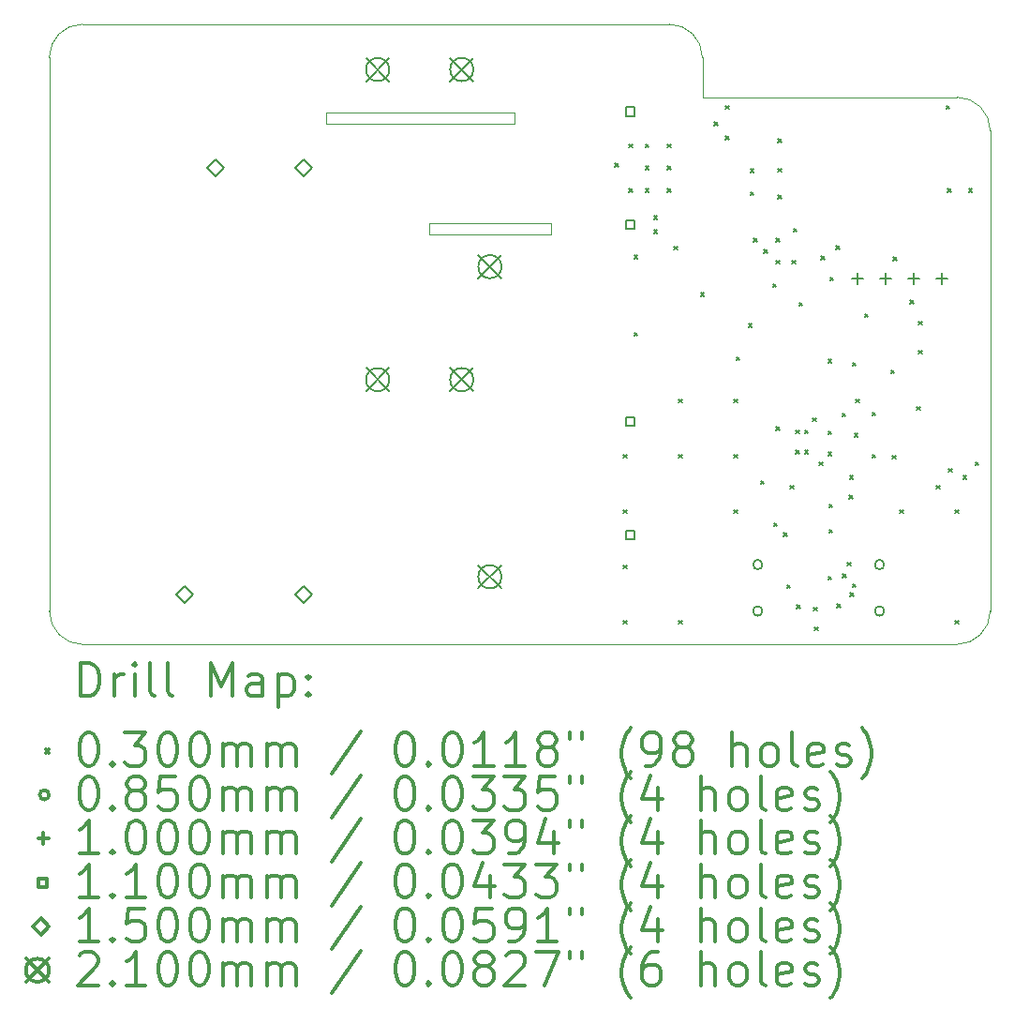
<source format=gbr>
%FSLAX45Y45*%
G04 Gerber Fmt 4.5, Leading zero omitted, Abs format (unit mm)*
G04 Created by KiCad (PCBNEW 5.1.10) date 2021-08-16 03:58:41*
%MOMM*%
%LPD*%
G01*
G04 APERTURE LIST*
%TA.AperFunction,Profile*%
%ADD10C,0.050000*%
%TD*%
%ADD11C,0.200000*%
%ADD12C,0.300000*%
G04 APERTURE END LIST*
D10*
X8400000Y-3100000D02*
G75*
G02*
X8700000Y-3400000I0J-300000D01*
G01*
X2800000Y-3400000D02*
G75*
G02*
X3100000Y-3100000I300000J0D01*
G01*
X3100000Y-8700000D02*
G75*
G02*
X2800000Y-8400000I0J300000D01*
G01*
X11300000Y-8400000D02*
G75*
G02*
X11000000Y-8700000I-300000J0D01*
G01*
X11000000Y-3760000D02*
G75*
G02*
X11300000Y-4060000I0J-300000D01*
G01*
X7000000Y-4000000D02*
X5300000Y-4000000D01*
X7000000Y-3900000D02*
X7000000Y-4000000D01*
X5300000Y-3900000D02*
X7000000Y-3900000D01*
X5300000Y-4000000D02*
X5300000Y-3900000D01*
X7330000Y-4900000D02*
X6230000Y-4900000D01*
X7330000Y-5000000D02*
X7330000Y-4900000D01*
X6230000Y-5000000D02*
X7330000Y-5000000D01*
X6230000Y-4900000D02*
X6230000Y-5000000D01*
X8700000Y-3760000D02*
X11000000Y-3760000D01*
X8700000Y-3400000D02*
X8700000Y-3760000D01*
X11000000Y-8700000D02*
X3100000Y-8700000D01*
X11300000Y-4060000D02*
X11300000Y-8400000D01*
X3100000Y-3100000D02*
X8400000Y-3100000D01*
X2800000Y-8400000D02*
X2800000Y-3400000D01*
D11*
X7912000Y-4358000D02*
X7942000Y-4388000D01*
X7942000Y-4358000D02*
X7912000Y-4388000D01*
X7985000Y-6985000D02*
X8015000Y-7015000D01*
X8015000Y-6985000D02*
X7985000Y-7015000D01*
X7985000Y-7485000D02*
X8015000Y-7515000D01*
X8015000Y-7485000D02*
X7985000Y-7515000D01*
X7985000Y-7985000D02*
X8015000Y-8015000D01*
X8015000Y-7985000D02*
X7985000Y-8015000D01*
X7985000Y-8485000D02*
X8015000Y-8515000D01*
X8015000Y-8485000D02*
X7985000Y-8515000D01*
X8035000Y-4185000D02*
X8065000Y-4215000D01*
X8065000Y-4185000D02*
X8035000Y-4215000D01*
X8035000Y-4585000D02*
X8065000Y-4615000D01*
X8065000Y-4585000D02*
X8035000Y-4615000D01*
X8085000Y-5185000D02*
X8115000Y-5215000D01*
X8115000Y-5185000D02*
X8085000Y-5215000D01*
X8085000Y-5885000D02*
X8115000Y-5915000D01*
X8115000Y-5885000D02*
X8085000Y-5915000D01*
X8185000Y-4185000D02*
X8215000Y-4215000D01*
X8215000Y-4185000D02*
X8185000Y-4215000D01*
X8185000Y-4385000D02*
X8215000Y-4415000D01*
X8215000Y-4385000D02*
X8185000Y-4415000D01*
X8185000Y-4585000D02*
X8215000Y-4615000D01*
X8215000Y-4585000D02*
X8185000Y-4615000D01*
X8260000Y-4832500D02*
X8290000Y-4862500D01*
X8290000Y-4832500D02*
X8260000Y-4862500D01*
X8260000Y-4957500D02*
X8290000Y-4987500D01*
X8290000Y-4957500D02*
X8260000Y-4987500D01*
X8385000Y-4185000D02*
X8415000Y-4215000D01*
X8415000Y-4185000D02*
X8385000Y-4215000D01*
X8385000Y-4385000D02*
X8415000Y-4415000D01*
X8415000Y-4385000D02*
X8385000Y-4415000D01*
X8385000Y-4585000D02*
X8415000Y-4615000D01*
X8415000Y-4585000D02*
X8385000Y-4615000D01*
X8445000Y-5105000D02*
X8475000Y-5135000D01*
X8475000Y-5105000D02*
X8445000Y-5135000D01*
X8485000Y-6485000D02*
X8515000Y-6515000D01*
X8515000Y-6485000D02*
X8485000Y-6515000D01*
X8485000Y-6985000D02*
X8515000Y-7015000D01*
X8515000Y-6985000D02*
X8485000Y-7015000D01*
X8485000Y-8485000D02*
X8515000Y-8515000D01*
X8515000Y-8485000D02*
X8485000Y-8515000D01*
X8685000Y-5525000D02*
X8715000Y-5555000D01*
X8715000Y-5525000D02*
X8685000Y-5555000D01*
X8810000Y-3985000D02*
X8840000Y-4015000D01*
X8840000Y-3985000D02*
X8810000Y-4015000D01*
X8910000Y-3835000D02*
X8940000Y-3865000D01*
X8940000Y-3835000D02*
X8910000Y-3865000D01*
X8910000Y-4110000D02*
X8940000Y-4140000D01*
X8940000Y-4110000D02*
X8910000Y-4140000D01*
X8985000Y-6485000D02*
X9015000Y-6515000D01*
X9015000Y-6485000D02*
X8985000Y-6515000D01*
X8985000Y-6985000D02*
X9015000Y-7015000D01*
X9015000Y-6985000D02*
X8985000Y-7015000D01*
X8985000Y-7485000D02*
X9015000Y-7515000D01*
X9015000Y-7485000D02*
X8985000Y-7515000D01*
X9005000Y-6105000D02*
X9035000Y-6135000D01*
X9035000Y-6105000D02*
X9005000Y-6135000D01*
X9115000Y-5805000D02*
X9145000Y-5835000D01*
X9145000Y-5805000D02*
X9115000Y-5835000D01*
X9135000Y-4410000D02*
X9165000Y-4440000D01*
X9165000Y-4410000D02*
X9135000Y-4440000D01*
X9135000Y-4615000D02*
X9165000Y-4645000D01*
X9165000Y-4615000D02*
X9135000Y-4645000D01*
X9165000Y-5035000D02*
X9195000Y-5065000D01*
X9195000Y-5035000D02*
X9165000Y-5065000D01*
X9225000Y-7225000D02*
X9255000Y-7255000D01*
X9255000Y-7225000D02*
X9225000Y-7255000D01*
X9255000Y-5135000D02*
X9285000Y-5165000D01*
X9285000Y-5135000D02*
X9255000Y-5165000D01*
X9335000Y-5445000D02*
X9365000Y-5475000D01*
X9365000Y-5445000D02*
X9335000Y-5475000D01*
X9345000Y-7605000D02*
X9375000Y-7635000D01*
X9375000Y-7605000D02*
X9345000Y-7635000D01*
X9365000Y-5035000D02*
X9395000Y-5065000D01*
X9395000Y-5035000D02*
X9365000Y-5065000D01*
X9365000Y-6735000D02*
X9395000Y-6765000D01*
X9395000Y-6735000D02*
X9365000Y-6765000D01*
X9365000Y-5235000D02*
X9395000Y-5265000D01*
X9395000Y-5235000D02*
X9365000Y-5265000D01*
X9385000Y-4135000D02*
X9415000Y-4165000D01*
X9415000Y-4135000D02*
X9385000Y-4165000D01*
X9385000Y-4405000D02*
X9415000Y-4435000D01*
X9415000Y-4405000D02*
X9385000Y-4435000D01*
X9385000Y-4645000D02*
X9415000Y-4675000D01*
X9415000Y-4645000D02*
X9385000Y-4675000D01*
X9435000Y-7695000D02*
X9465000Y-7725000D01*
X9465000Y-7695000D02*
X9435000Y-7725000D01*
X9465000Y-8165000D02*
X9495000Y-8195000D01*
X9495000Y-8165000D02*
X9465000Y-8195000D01*
X9495000Y-7265000D02*
X9525000Y-7295000D01*
X9525000Y-7265000D02*
X9495000Y-7295000D01*
X9510401Y-5235000D02*
X9540401Y-5265000D01*
X9540401Y-5235000D02*
X9510401Y-5265000D01*
X9525000Y-4945000D02*
X9555000Y-4975000D01*
X9555000Y-4945000D02*
X9525000Y-4975000D01*
X9545000Y-6950000D02*
X9575000Y-6980000D01*
X9575000Y-6950000D02*
X9545000Y-6980000D01*
X9545059Y-6764236D02*
X9575059Y-6794236D01*
X9575059Y-6764236D02*
X9545059Y-6794236D01*
X9555000Y-8345000D02*
X9585000Y-8375000D01*
X9585000Y-8345000D02*
X9555000Y-8375000D01*
X9575000Y-5615000D02*
X9605000Y-5645000D01*
X9605000Y-5615000D02*
X9575000Y-5645000D01*
X9625000Y-6767299D02*
X9655000Y-6797299D01*
X9655000Y-6767299D02*
X9625000Y-6797299D01*
X9625000Y-6950000D02*
X9655000Y-6980000D01*
X9655000Y-6950000D02*
X9625000Y-6980000D01*
X9695000Y-6655000D02*
X9725000Y-6685000D01*
X9725000Y-6655000D02*
X9695000Y-6685000D01*
X9705000Y-8365000D02*
X9735000Y-8395000D01*
X9735000Y-8365000D02*
X9705000Y-8395000D01*
X9715000Y-8545000D02*
X9745000Y-8575000D01*
X9745000Y-8545000D02*
X9715000Y-8575000D01*
X9755000Y-7055000D02*
X9785000Y-7085000D01*
X9785000Y-7055000D02*
X9755000Y-7085000D01*
X9775000Y-5195000D02*
X9805000Y-5225000D01*
X9805000Y-5195000D02*
X9775000Y-5225000D01*
X9835000Y-6125000D02*
X9865000Y-6155000D01*
X9865000Y-6125000D02*
X9835000Y-6155000D01*
X9835000Y-6775000D02*
X9865000Y-6805000D01*
X9865000Y-6775000D02*
X9835000Y-6805000D01*
X9835000Y-6965000D02*
X9865000Y-6995000D01*
X9865000Y-6965000D02*
X9835000Y-6995000D01*
X9835000Y-8085000D02*
X9865000Y-8115000D01*
X9865000Y-8085000D02*
X9835000Y-8115000D01*
X9845000Y-7435000D02*
X9875000Y-7465000D01*
X9875000Y-7435000D02*
X9845000Y-7465000D01*
X9845000Y-7665000D02*
X9875000Y-7695000D01*
X9875000Y-7665000D02*
X9845000Y-7695000D01*
X9855000Y-5385000D02*
X9885000Y-5415000D01*
X9885000Y-5385000D02*
X9855000Y-5415000D01*
X9908033Y-5101967D02*
X9938033Y-5131967D01*
X9938033Y-5101967D02*
X9908033Y-5131967D01*
X9915000Y-8335000D02*
X9945000Y-8365000D01*
X9945000Y-8335000D02*
X9915000Y-8365000D01*
X9965000Y-6615000D02*
X9995000Y-6645000D01*
X9995000Y-6615000D02*
X9965000Y-6645000D01*
X9966956Y-8066956D02*
X9996956Y-8096956D01*
X9996956Y-8066956D02*
X9966956Y-8096956D01*
X10010000Y-7960000D02*
X10040000Y-7990000D01*
X10040000Y-7960000D02*
X10010000Y-7990000D01*
X10025000Y-7355000D02*
X10055000Y-7385000D01*
X10055000Y-7355000D02*
X10025000Y-7385000D01*
X10030000Y-7175000D02*
X10060000Y-7205000D01*
X10060000Y-7175000D02*
X10030000Y-7205000D01*
X10035000Y-8235000D02*
X10065000Y-8265000D01*
X10065000Y-8235000D02*
X10035000Y-8265000D01*
X10055000Y-6155000D02*
X10085000Y-6185000D01*
X10085000Y-6155000D02*
X10055000Y-6185000D01*
X10055344Y-8155344D02*
X10085344Y-8185344D01*
X10085344Y-8155344D02*
X10055344Y-8185344D01*
X10075000Y-6795000D02*
X10105000Y-6825000D01*
X10105000Y-6795000D02*
X10075000Y-6825000D01*
X10085000Y-6485000D02*
X10115000Y-6515000D01*
X10115000Y-6485000D02*
X10085000Y-6515000D01*
X10165000Y-5715000D02*
X10195000Y-5745000D01*
X10195000Y-5715000D02*
X10165000Y-5745000D01*
X10235000Y-6605000D02*
X10265000Y-6635000D01*
X10265000Y-6605000D02*
X10235000Y-6635000D01*
X10235000Y-6985000D02*
X10265000Y-7015000D01*
X10265000Y-6985000D02*
X10235000Y-7015000D01*
X10404500Y-6225500D02*
X10434500Y-6255500D01*
X10434500Y-6225500D02*
X10404500Y-6255500D01*
X10415000Y-6995000D02*
X10445000Y-7025000D01*
X10445000Y-6995000D02*
X10415000Y-7025000D01*
X10425000Y-5205000D02*
X10455000Y-5235000D01*
X10455000Y-5205000D02*
X10425000Y-5235000D01*
X10485000Y-7485000D02*
X10515000Y-7515000D01*
X10515000Y-7485000D02*
X10485000Y-7515000D01*
X10575000Y-5595000D02*
X10605000Y-5625000D01*
X10605000Y-5595000D02*
X10575000Y-5625000D01*
X10635000Y-6555000D02*
X10665000Y-6585000D01*
X10665000Y-6555000D02*
X10635000Y-6585000D01*
X10655000Y-5785000D02*
X10685000Y-5815000D01*
X10685000Y-5785000D02*
X10655000Y-5815000D01*
X10655000Y-6045000D02*
X10685000Y-6075000D01*
X10685000Y-6045000D02*
X10655000Y-6075000D01*
X10815000Y-7265000D02*
X10845000Y-7295000D01*
X10845000Y-7265000D02*
X10815000Y-7295000D01*
X10905000Y-3835000D02*
X10935000Y-3865000D01*
X10935000Y-3835000D02*
X10905000Y-3865000D01*
X10915000Y-4585000D02*
X10945000Y-4615000D01*
X10945000Y-4585000D02*
X10915000Y-4615000D01*
X10925000Y-7115000D02*
X10955000Y-7145000D01*
X10955000Y-7115000D02*
X10925000Y-7145000D01*
X10985000Y-7485000D02*
X11015000Y-7515000D01*
X11015000Y-7485000D02*
X10985000Y-7515000D01*
X10985000Y-8485000D02*
X11015000Y-8515000D01*
X11015000Y-8485000D02*
X10985000Y-8515000D01*
X11055000Y-7175000D02*
X11085000Y-7205000D01*
X11085000Y-7175000D02*
X11055000Y-7205000D01*
X11105000Y-4585000D02*
X11135000Y-4615000D01*
X11135000Y-4585000D02*
X11105000Y-4615000D01*
X11165000Y-7055000D02*
X11195000Y-7085000D01*
X11195000Y-7055000D02*
X11165000Y-7085000D01*
X9242500Y-7980000D02*
G75*
G03*
X9242500Y-7980000I-42500J0D01*
G01*
X9242500Y-8400000D02*
G75*
G03*
X9242500Y-8400000I-42500J0D01*
G01*
X10342500Y-7980000D02*
G75*
G03*
X10342500Y-7980000I-42500J0D01*
G01*
X10342500Y-8400000D02*
G75*
G03*
X10342500Y-8400000I-42500J0D01*
G01*
X10100000Y-5350000D02*
X10100000Y-5450000D01*
X10050000Y-5400000D02*
X10150000Y-5400000D01*
X10354000Y-5350000D02*
X10354000Y-5450000D01*
X10304000Y-5400000D02*
X10404000Y-5400000D01*
X10608000Y-5350000D02*
X10608000Y-5450000D01*
X10558000Y-5400000D02*
X10658000Y-5400000D01*
X10862000Y-5350000D02*
X10862000Y-5450000D01*
X10812000Y-5400000D02*
X10912000Y-5400000D01*
X8084891Y-3928891D02*
X8084891Y-3851109D01*
X8007109Y-3851109D01*
X8007109Y-3928891D01*
X8084891Y-3928891D01*
X8084891Y-4948891D02*
X8084891Y-4871109D01*
X8007109Y-4871109D01*
X8007109Y-4948891D01*
X8084891Y-4948891D01*
X8084891Y-6728891D02*
X8084891Y-6651109D01*
X8007109Y-6651109D01*
X8007109Y-6728891D01*
X8084891Y-6728891D01*
X8084891Y-7748891D02*
X8084891Y-7671109D01*
X8007109Y-7671109D01*
X8007109Y-7748891D01*
X8084891Y-7748891D01*
X4025000Y-8325000D02*
X4100000Y-8250000D01*
X4025000Y-8175000D01*
X3950000Y-8250000D01*
X4025000Y-8325000D01*
X4300000Y-4475000D02*
X4375000Y-4400000D01*
X4300000Y-4325000D01*
X4225000Y-4400000D01*
X4300000Y-4475000D01*
X5100000Y-4475000D02*
X5175000Y-4400000D01*
X5100000Y-4325000D01*
X5025000Y-4400000D01*
X5100000Y-4475000D01*
X5100000Y-8325000D02*
X5175000Y-8250000D01*
X5100000Y-8175000D01*
X5025000Y-8250000D01*
X5100000Y-8325000D01*
X5661000Y-3405000D02*
X5871000Y-3615000D01*
X5871000Y-3405000D02*
X5661000Y-3615000D01*
X5871000Y-3510000D02*
G75*
G03*
X5871000Y-3510000I-105000J0D01*
G01*
X5661000Y-6205000D02*
X5871000Y-6415000D01*
X5871000Y-6205000D02*
X5661000Y-6415000D01*
X5871000Y-6310000D02*
G75*
G03*
X5871000Y-6310000I-105000J0D01*
G01*
X6421000Y-3405000D02*
X6631000Y-3615000D01*
X6631000Y-3405000D02*
X6421000Y-3615000D01*
X6631000Y-3510000D02*
G75*
G03*
X6631000Y-3510000I-105000J0D01*
G01*
X6421000Y-6205000D02*
X6631000Y-6415000D01*
X6631000Y-6205000D02*
X6421000Y-6415000D01*
X6631000Y-6310000D02*
G75*
G03*
X6631000Y-6310000I-105000J0D01*
G01*
X6675000Y-5185000D02*
X6885000Y-5395000D01*
X6885000Y-5185000D02*
X6675000Y-5395000D01*
X6885000Y-5290000D02*
G75*
G03*
X6885000Y-5290000I-105000J0D01*
G01*
X6675000Y-7985000D02*
X6885000Y-8195000D01*
X6885000Y-7985000D02*
X6675000Y-8195000D01*
X6885000Y-8090000D02*
G75*
G03*
X6885000Y-8090000I-105000J0D01*
G01*
D12*
X3083928Y-9168214D02*
X3083928Y-8868214D01*
X3155357Y-8868214D01*
X3198214Y-8882500D01*
X3226786Y-8911072D01*
X3241071Y-8939643D01*
X3255357Y-8996786D01*
X3255357Y-9039643D01*
X3241071Y-9096786D01*
X3226786Y-9125357D01*
X3198214Y-9153929D01*
X3155357Y-9168214D01*
X3083928Y-9168214D01*
X3383928Y-9168214D02*
X3383928Y-8968214D01*
X3383928Y-9025357D02*
X3398214Y-8996786D01*
X3412500Y-8982500D01*
X3441071Y-8968214D01*
X3469643Y-8968214D01*
X3569643Y-9168214D02*
X3569643Y-8968214D01*
X3569643Y-8868214D02*
X3555357Y-8882500D01*
X3569643Y-8896786D01*
X3583928Y-8882500D01*
X3569643Y-8868214D01*
X3569643Y-8896786D01*
X3755357Y-9168214D02*
X3726786Y-9153929D01*
X3712500Y-9125357D01*
X3712500Y-8868214D01*
X3912500Y-9168214D02*
X3883928Y-9153929D01*
X3869643Y-9125357D01*
X3869643Y-8868214D01*
X4255357Y-9168214D02*
X4255357Y-8868214D01*
X4355357Y-9082500D01*
X4455357Y-8868214D01*
X4455357Y-9168214D01*
X4726786Y-9168214D02*
X4726786Y-9011072D01*
X4712500Y-8982500D01*
X4683928Y-8968214D01*
X4626786Y-8968214D01*
X4598214Y-8982500D01*
X4726786Y-9153929D02*
X4698214Y-9168214D01*
X4626786Y-9168214D01*
X4598214Y-9153929D01*
X4583928Y-9125357D01*
X4583928Y-9096786D01*
X4598214Y-9068214D01*
X4626786Y-9053929D01*
X4698214Y-9053929D01*
X4726786Y-9039643D01*
X4869643Y-8968214D02*
X4869643Y-9268214D01*
X4869643Y-8982500D02*
X4898214Y-8968214D01*
X4955357Y-8968214D01*
X4983928Y-8982500D01*
X4998214Y-8996786D01*
X5012500Y-9025357D01*
X5012500Y-9111072D01*
X4998214Y-9139643D01*
X4983928Y-9153929D01*
X4955357Y-9168214D01*
X4898214Y-9168214D01*
X4869643Y-9153929D01*
X5141071Y-9139643D02*
X5155357Y-9153929D01*
X5141071Y-9168214D01*
X5126786Y-9153929D01*
X5141071Y-9139643D01*
X5141071Y-9168214D01*
X5141071Y-8982500D02*
X5155357Y-8996786D01*
X5141071Y-9011072D01*
X5126786Y-8996786D01*
X5141071Y-8982500D01*
X5141071Y-9011072D01*
X2767500Y-9647500D02*
X2797500Y-9677500D01*
X2797500Y-9647500D02*
X2767500Y-9677500D01*
X3141071Y-9498214D02*
X3169643Y-9498214D01*
X3198214Y-9512500D01*
X3212500Y-9526786D01*
X3226786Y-9555357D01*
X3241071Y-9612500D01*
X3241071Y-9683929D01*
X3226786Y-9741072D01*
X3212500Y-9769643D01*
X3198214Y-9783929D01*
X3169643Y-9798214D01*
X3141071Y-9798214D01*
X3112500Y-9783929D01*
X3098214Y-9769643D01*
X3083928Y-9741072D01*
X3069643Y-9683929D01*
X3069643Y-9612500D01*
X3083928Y-9555357D01*
X3098214Y-9526786D01*
X3112500Y-9512500D01*
X3141071Y-9498214D01*
X3369643Y-9769643D02*
X3383928Y-9783929D01*
X3369643Y-9798214D01*
X3355357Y-9783929D01*
X3369643Y-9769643D01*
X3369643Y-9798214D01*
X3483928Y-9498214D02*
X3669643Y-9498214D01*
X3569643Y-9612500D01*
X3612500Y-9612500D01*
X3641071Y-9626786D01*
X3655357Y-9641072D01*
X3669643Y-9669643D01*
X3669643Y-9741072D01*
X3655357Y-9769643D01*
X3641071Y-9783929D01*
X3612500Y-9798214D01*
X3526786Y-9798214D01*
X3498214Y-9783929D01*
X3483928Y-9769643D01*
X3855357Y-9498214D02*
X3883928Y-9498214D01*
X3912500Y-9512500D01*
X3926786Y-9526786D01*
X3941071Y-9555357D01*
X3955357Y-9612500D01*
X3955357Y-9683929D01*
X3941071Y-9741072D01*
X3926786Y-9769643D01*
X3912500Y-9783929D01*
X3883928Y-9798214D01*
X3855357Y-9798214D01*
X3826786Y-9783929D01*
X3812500Y-9769643D01*
X3798214Y-9741072D01*
X3783928Y-9683929D01*
X3783928Y-9612500D01*
X3798214Y-9555357D01*
X3812500Y-9526786D01*
X3826786Y-9512500D01*
X3855357Y-9498214D01*
X4141071Y-9498214D02*
X4169643Y-9498214D01*
X4198214Y-9512500D01*
X4212500Y-9526786D01*
X4226786Y-9555357D01*
X4241071Y-9612500D01*
X4241071Y-9683929D01*
X4226786Y-9741072D01*
X4212500Y-9769643D01*
X4198214Y-9783929D01*
X4169643Y-9798214D01*
X4141071Y-9798214D01*
X4112500Y-9783929D01*
X4098214Y-9769643D01*
X4083928Y-9741072D01*
X4069643Y-9683929D01*
X4069643Y-9612500D01*
X4083928Y-9555357D01*
X4098214Y-9526786D01*
X4112500Y-9512500D01*
X4141071Y-9498214D01*
X4369643Y-9798214D02*
X4369643Y-9598214D01*
X4369643Y-9626786D02*
X4383928Y-9612500D01*
X4412500Y-9598214D01*
X4455357Y-9598214D01*
X4483928Y-9612500D01*
X4498214Y-9641072D01*
X4498214Y-9798214D01*
X4498214Y-9641072D02*
X4512500Y-9612500D01*
X4541071Y-9598214D01*
X4583928Y-9598214D01*
X4612500Y-9612500D01*
X4626786Y-9641072D01*
X4626786Y-9798214D01*
X4769643Y-9798214D02*
X4769643Y-9598214D01*
X4769643Y-9626786D02*
X4783928Y-9612500D01*
X4812500Y-9598214D01*
X4855357Y-9598214D01*
X4883928Y-9612500D01*
X4898214Y-9641072D01*
X4898214Y-9798214D01*
X4898214Y-9641072D02*
X4912500Y-9612500D01*
X4941071Y-9598214D01*
X4983928Y-9598214D01*
X5012500Y-9612500D01*
X5026786Y-9641072D01*
X5026786Y-9798214D01*
X5612500Y-9483929D02*
X5355357Y-9869643D01*
X5998214Y-9498214D02*
X6026786Y-9498214D01*
X6055357Y-9512500D01*
X6069643Y-9526786D01*
X6083928Y-9555357D01*
X6098214Y-9612500D01*
X6098214Y-9683929D01*
X6083928Y-9741072D01*
X6069643Y-9769643D01*
X6055357Y-9783929D01*
X6026786Y-9798214D01*
X5998214Y-9798214D01*
X5969643Y-9783929D01*
X5955357Y-9769643D01*
X5941071Y-9741072D01*
X5926786Y-9683929D01*
X5926786Y-9612500D01*
X5941071Y-9555357D01*
X5955357Y-9526786D01*
X5969643Y-9512500D01*
X5998214Y-9498214D01*
X6226786Y-9769643D02*
X6241071Y-9783929D01*
X6226786Y-9798214D01*
X6212500Y-9783929D01*
X6226786Y-9769643D01*
X6226786Y-9798214D01*
X6426786Y-9498214D02*
X6455357Y-9498214D01*
X6483928Y-9512500D01*
X6498214Y-9526786D01*
X6512500Y-9555357D01*
X6526786Y-9612500D01*
X6526786Y-9683929D01*
X6512500Y-9741072D01*
X6498214Y-9769643D01*
X6483928Y-9783929D01*
X6455357Y-9798214D01*
X6426786Y-9798214D01*
X6398214Y-9783929D01*
X6383928Y-9769643D01*
X6369643Y-9741072D01*
X6355357Y-9683929D01*
X6355357Y-9612500D01*
X6369643Y-9555357D01*
X6383928Y-9526786D01*
X6398214Y-9512500D01*
X6426786Y-9498214D01*
X6812500Y-9798214D02*
X6641071Y-9798214D01*
X6726786Y-9798214D02*
X6726786Y-9498214D01*
X6698214Y-9541072D01*
X6669643Y-9569643D01*
X6641071Y-9583929D01*
X7098214Y-9798214D02*
X6926786Y-9798214D01*
X7012500Y-9798214D02*
X7012500Y-9498214D01*
X6983928Y-9541072D01*
X6955357Y-9569643D01*
X6926786Y-9583929D01*
X7269643Y-9626786D02*
X7241071Y-9612500D01*
X7226786Y-9598214D01*
X7212500Y-9569643D01*
X7212500Y-9555357D01*
X7226786Y-9526786D01*
X7241071Y-9512500D01*
X7269643Y-9498214D01*
X7326786Y-9498214D01*
X7355357Y-9512500D01*
X7369643Y-9526786D01*
X7383928Y-9555357D01*
X7383928Y-9569643D01*
X7369643Y-9598214D01*
X7355357Y-9612500D01*
X7326786Y-9626786D01*
X7269643Y-9626786D01*
X7241071Y-9641072D01*
X7226786Y-9655357D01*
X7212500Y-9683929D01*
X7212500Y-9741072D01*
X7226786Y-9769643D01*
X7241071Y-9783929D01*
X7269643Y-9798214D01*
X7326786Y-9798214D01*
X7355357Y-9783929D01*
X7369643Y-9769643D01*
X7383928Y-9741072D01*
X7383928Y-9683929D01*
X7369643Y-9655357D01*
X7355357Y-9641072D01*
X7326786Y-9626786D01*
X7498214Y-9498214D02*
X7498214Y-9555357D01*
X7612500Y-9498214D02*
X7612500Y-9555357D01*
X8055357Y-9912500D02*
X8041071Y-9898214D01*
X8012500Y-9855357D01*
X7998214Y-9826786D01*
X7983928Y-9783929D01*
X7969643Y-9712500D01*
X7969643Y-9655357D01*
X7983928Y-9583929D01*
X7998214Y-9541072D01*
X8012500Y-9512500D01*
X8041071Y-9469643D01*
X8055357Y-9455357D01*
X8183928Y-9798214D02*
X8241071Y-9798214D01*
X8269643Y-9783929D01*
X8283928Y-9769643D01*
X8312500Y-9726786D01*
X8326786Y-9669643D01*
X8326786Y-9555357D01*
X8312500Y-9526786D01*
X8298214Y-9512500D01*
X8269643Y-9498214D01*
X8212500Y-9498214D01*
X8183928Y-9512500D01*
X8169643Y-9526786D01*
X8155357Y-9555357D01*
X8155357Y-9626786D01*
X8169643Y-9655357D01*
X8183928Y-9669643D01*
X8212500Y-9683929D01*
X8269643Y-9683929D01*
X8298214Y-9669643D01*
X8312500Y-9655357D01*
X8326786Y-9626786D01*
X8498214Y-9626786D02*
X8469643Y-9612500D01*
X8455357Y-9598214D01*
X8441071Y-9569643D01*
X8441071Y-9555357D01*
X8455357Y-9526786D01*
X8469643Y-9512500D01*
X8498214Y-9498214D01*
X8555357Y-9498214D01*
X8583928Y-9512500D01*
X8598214Y-9526786D01*
X8612500Y-9555357D01*
X8612500Y-9569643D01*
X8598214Y-9598214D01*
X8583928Y-9612500D01*
X8555357Y-9626786D01*
X8498214Y-9626786D01*
X8469643Y-9641072D01*
X8455357Y-9655357D01*
X8441071Y-9683929D01*
X8441071Y-9741072D01*
X8455357Y-9769643D01*
X8469643Y-9783929D01*
X8498214Y-9798214D01*
X8555357Y-9798214D01*
X8583928Y-9783929D01*
X8598214Y-9769643D01*
X8612500Y-9741072D01*
X8612500Y-9683929D01*
X8598214Y-9655357D01*
X8583928Y-9641072D01*
X8555357Y-9626786D01*
X8969643Y-9798214D02*
X8969643Y-9498214D01*
X9098214Y-9798214D02*
X9098214Y-9641072D01*
X9083928Y-9612500D01*
X9055357Y-9598214D01*
X9012500Y-9598214D01*
X8983928Y-9612500D01*
X8969643Y-9626786D01*
X9283928Y-9798214D02*
X9255357Y-9783929D01*
X9241071Y-9769643D01*
X9226786Y-9741072D01*
X9226786Y-9655357D01*
X9241071Y-9626786D01*
X9255357Y-9612500D01*
X9283928Y-9598214D01*
X9326786Y-9598214D01*
X9355357Y-9612500D01*
X9369643Y-9626786D01*
X9383928Y-9655357D01*
X9383928Y-9741072D01*
X9369643Y-9769643D01*
X9355357Y-9783929D01*
X9326786Y-9798214D01*
X9283928Y-9798214D01*
X9555357Y-9798214D02*
X9526786Y-9783929D01*
X9512500Y-9755357D01*
X9512500Y-9498214D01*
X9783928Y-9783929D02*
X9755357Y-9798214D01*
X9698214Y-9798214D01*
X9669643Y-9783929D01*
X9655357Y-9755357D01*
X9655357Y-9641072D01*
X9669643Y-9612500D01*
X9698214Y-9598214D01*
X9755357Y-9598214D01*
X9783928Y-9612500D01*
X9798214Y-9641072D01*
X9798214Y-9669643D01*
X9655357Y-9698214D01*
X9912500Y-9783929D02*
X9941071Y-9798214D01*
X9998214Y-9798214D01*
X10026786Y-9783929D01*
X10041071Y-9755357D01*
X10041071Y-9741072D01*
X10026786Y-9712500D01*
X9998214Y-9698214D01*
X9955357Y-9698214D01*
X9926786Y-9683929D01*
X9912500Y-9655357D01*
X9912500Y-9641072D01*
X9926786Y-9612500D01*
X9955357Y-9598214D01*
X9998214Y-9598214D01*
X10026786Y-9612500D01*
X10141071Y-9912500D02*
X10155357Y-9898214D01*
X10183928Y-9855357D01*
X10198214Y-9826786D01*
X10212500Y-9783929D01*
X10226786Y-9712500D01*
X10226786Y-9655357D01*
X10212500Y-9583929D01*
X10198214Y-9541072D01*
X10183928Y-9512500D01*
X10155357Y-9469643D01*
X10141071Y-9455357D01*
X2797500Y-10058500D02*
G75*
G03*
X2797500Y-10058500I-42500J0D01*
G01*
X3141071Y-9894214D02*
X3169643Y-9894214D01*
X3198214Y-9908500D01*
X3212500Y-9922786D01*
X3226786Y-9951357D01*
X3241071Y-10008500D01*
X3241071Y-10079929D01*
X3226786Y-10137072D01*
X3212500Y-10165643D01*
X3198214Y-10179929D01*
X3169643Y-10194214D01*
X3141071Y-10194214D01*
X3112500Y-10179929D01*
X3098214Y-10165643D01*
X3083928Y-10137072D01*
X3069643Y-10079929D01*
X3069643Y-10008500D01*
X3083928Y-9951357D01*
X3098214Y-9922786D01*
X3112500Y-9908500D01*
X3141071Y-9894214D01*
X3369643Y-10165643D02*
X3383928Y-10179929D01*
X3369643Y-10194214D01*
X3355357Y-10179929D01*
X3369643Y-10165643D01*
X3369643Y-10194214D01*
X3555357Y-10022786D02*
X3526786Y-10008500D01*
X3512500Y-9994214D01*
X3498214Y-9965643D01*
X3498214Y-9951357D01*
X3512500Y-9922786D01*
X3526786Y-9908500D01*
X3555357Y-9894214D01*
X3612500Y-9894214D01*
X3641071Y-9908500D01*
X3655357Y-9922786D01*
X3669643Y-9951357D01*
X3669643Y-9965643D01*
X3655357Y-9994214D01*
X3641071Y-10008500D01*
X3612500Y-10022786D01*
X3555357Y-10022786D01*
X3526786Y-10037072D01*
X3512500Y-10051357D01*
X3498214Y-10079929D01*
X3498214Y-10137072D01*
X3512500Y-10165643D01*
X3526786Y-10179929D01*
X3555357Y-10194214D01*
X3612500Y-10194214D01*
X3641071Y-10179929D01*
X3655357Y-10165643D01*
X3669643Y-10137072D01*
X3669643Y-10079929D01*
X3655357Y-10051357D01*
X3641071Y-10037072D01*
X3612500Y-10022786D01*
X3941071Y-9894214D02*
X3798214Y-9894214D01*
X3783928Y-10037072D01*
X3798214Y-10022786D01*
X3826786Y-10008500D01*
X3898214Y-10008500D01*
X3926786Y-10022786D01*
X3941071Y-10037072D01*
X3955357Y-10065643D01*
X3955357Y-10137072D01*
X3941071Y-10165643D01*
X3926786Y-10179929D01*
X3898214Y-10194214D01*
X3826786Y-10194214D01*
X3798214Y-10179929D01*
X3783928Y-10165643D01*
X4141071Y-9894214D02*
X4169643Y-9894214D01*
X4198214Y-9908500D01*
X4212500Y-9922786D01*
X4226786Y-9951357D01*
X4241071Y-10008500D01*
X4241071Y-10079929D01*
X4226786Y-10137072D01*
X4212500Y-10165643D01*
X4198214Y-10179929D01*
X4169643Y-10194214D01*
X4141071Y-10194214D01*
X4112500Y-10179929D01*
X4098214Y-10165643D01*
X4083928Y-10137072D01*
X4069643Y-10079929D01*
X4069643Y-10008500D01*
X4083928Y-9951357D01*
X4098214Y-9922786D01*
X4112500Y-9908500D01*
X4141071Y-9894214D01*
X4369643Y-10194214D02*
X4369643Y-9994214D01*
X4369643Y-10022786D02*
X4383928Y-10008500D01*
X4412500Y-9994214D01*
X4455357Y-9994214D01*
X4483928Y-10008500D01*
X4498214Y-10037072D01*
X4498214Y-10194214D01*
X4498214Y-10037072D02*
X4512500Y-10008500D01*
X4541071Y-9994214D01*
X4583928Y-9994214D01*
X4612500Y-10008500D01*
X4626786Y-10037072D01*
X4626786Y-10194214D01*
X4769643Y-10194214D02*
X4769643Y-9994214D01*
X4769643Y-10022786D02*
X4783928Y-10008500D01*
X4812500Y-9994214D01*
X4855357Y-9994214D01*
X4883928Y-10008500D01*
X4898214Y-10037072D01*
X4898214Y-10194214D01*
X4898214Y-10037072D02*
X4912500Y-10008500D01*
X4941071Y-9994214D01*
X4983928Y-9994214D01*
X5012500Y-10008500D01*
X5026786Y-10037072D01*
X5026786Y-10194214D01*
X5612500Y-9879929D02*
X5355357Y-10265643D01*
X5998214Y-9894214D02*
X6026786Y-9894214D01*
X6055357Y-9908500D01*
X6069643Y-9922786D01*
X6083928Y-9951357D01*
X6098214Y-10008500D01*
X6098214Y-10079929D01*
X6083928Y-10137072D01*
X6069643Y-10165643D01*
X6055357Y-10179929D01*
X6026786Y-10194214D01*
X5998214Y-10194214D01*
X5969643Y-10179929D01*
X5955357Y-10165643D01*
X5941071Y-10137072D01*
X5926786Y-10079929D01*
X5926786Y-10008500D01*
X5941071Y-9951357D01*
X5955357Y-9922786D01*
X5969643Y-9908500D01*
X5998214Y-9894214D01*
X6226786Y-10165643D02*
X6241071Y-10179929D01*
X6226786Y-10194214D01*
X6212500Y-10179929D01*
X6226786Y-10165643D01*
X6226786Y-10194214D01*
X6426786Y-9894214D02*
X6455357Y-9894214D01*
X6483928Y-9908500D01*
X6498214Y-9922786D01*
X6512500Y-9951357D01*
X6526786Y-10008500D01*
X6526786Y-10079929D01*
X6512500Y-10137072D01*
X6498214Y-10165643D01*
X6483928Y-10179929D01*
X6455357Y-10194214D01*
X6426786Y-10194214D01*
X6398214Y-10179929D01*
X6383928Y-10165643D01*
X6369643Y-10137072D01*
X6355357Y-10079929D01*
X6355357Y-10008500D01*
X6369643Y-9951357D01*
X6383928Y-9922786D01*
X6398214Y-9908500D01*
X6426786Y-9894214D01*
X6626786Y-9894214D02*
X6812500Y-9894214D01*
X6712500Y-10008500D01*
X6755357Y-10008500D01*
X6783928Y-10022786D01*
X6798214Y-10037072D01*
X6812500Y-10065643D01*
X6812500Y-10137072D01*
X6798214Y-10165643D01*
X6783928Y-10179929D01*
X6755357Y-10194214D01*
X6669643Y-10194214D01*
X6641071Y-10179929D01*
X6626786Y-10165643D01*
X6912500Y-9894214D02*
X7098214Y-9894214D01*
X6998214Y-10008500D01*
X7041071Y-10008500D01*
X7069643Y-10022786D01*
X7083928Y-10037072D01*
X7098214Y-10065643D01*
X7098214Y-10137072D01*
X7083928Y-10165643D01*
X7069643Y-10179929D01*
X7041071Y-10194214D01*
X6955357Y-10194214D01*
X6926786Y-10179929D01*
X6912500Y-10165643D01*
X7369643Y-9894214D02*
X7226786Y-9894214D01*
X7212500Y-10037072D01*
X7226786Y-10022786D01*
X7255357Y-10008500D01*
X7326786Y-10008500D01*
X7355357Y-10022786D01*
X7369643Y-10037072D01*
X7383928Y-10065643D01*
X7383928Y-10137072D01*
X7369643Y-10165643D01*
X7355357Y-10179929D01*
X7326786Y-10194214D01*
X7255357Y-10194214D01*
X7226786Y-10179929D01*
X7212500Y-10165643D01*
X7498214Y-9894214D02*
X7498214Y-9951357D01*
X7612500Y-9894214D02*
X7612500Y-9951357D01*
X8055357Y-10308500D02*
X8041071Y-10294214D01*
X8012500Y-10251357D01*
X7998214Y-10222786D01*
X7983928Y-10179929D01*
X7969643Y-10108500D01*
X7969643Y-10051357D01*
X7983928Y-9979929D01*
X7998214Y-9937072D01*
X8012500Y-9908500D01*
X8041071Y-9865643D01*
X8055357Y-9851357D01*
X8298214Y-9994214D02*
X8298214Y-10194214D01*
X8226786Y-9879929D02*
X8155357Y-10094214D01*
X8341071Y-10094214D01*
X8683928Y-10194214D02*
X8683928Y-9894214D01*
X8812500Y-10194214D02*
X8812500Y-10037072D01*
X8798214Y-10008500D01*
X8769643Y-9994214D01*
X8726786Y-9994214D01*
X8698214Y-10008500D01*
X8683928Y-10022786D01*
X8998214Y-10194214D02*
X8969643Y-10179929D01*
X8955357Y-10165643D01*
X8941071Y-10137072D01*
X8941071Y-10051357D01*
X8955357Y-10022786D01*
X8969643Y-10008500D01*
X8998214Y-9994214D01*
X9041071Y-9994214D01*
X9069643Y-10008500D01*
X9083928Y-10022786D01*
X9098214Y-10051357D01*
X9098214Y-10137072D01*
X9083928Y-10165643D01*
X9069643Y-10179929D01*
X9041071Y-10194214D01*
X8998214Y-10194214D01*
X9269643Y-10194214D02*
X9241071Y-10179929D01*
X9226786Y-10151357D01*
X9226786Y-9894214D01*
X9498214Y-10179929D02*
X9469643Y-10194214D01*
X9412500Y-10194214D01*
X9383928Y-10179929D01*
X9369643Y-10151357D01*
X9369643Y-10037072D01*
X9383928Y-10008500D01*
X9412500Y-9994214D01*
X9469643Y-9994214D01*
X9498214Y-10008500D01*
X9512500Y-10037072D01*
X9512500Y-10065643D01*
X9369643Y-10094214D01*
X9626786Y-10179929D02*
X9655357Y-10194214D01*
X9712500Y-10194214D01*
X9741071Y-10179929D01*
X9755357Y-10151357D01*
X9755357Y-10137072D01*
X9741071Y-10108500D01*
X9712500Y-10094214D01*
X9669643Y-10094214D01*
X9641071Y-10079929D01*
X9626786Y-10051357D01*
X9626786Y-10037072D01*
X9641071Y-10008500D01*
X9669643Y-9994214D01*
X9712500Y-9994214D01*
X9741071Y-10008500D01*
X9855357Y-10308500D02*
X9869643Y-10294214D01*
X9898214Y-10251357D01*
X9912500Y-10222786D01*
X9926786Y-10179929D01*
X9941071Y-10108500D01*
X9941071Y-10051357D01*
X9926786Y-9979929D01*
X9912500Y-9937072D01*
X9898214Y-9908500D01*
X9869643Y-9865643D01*
X9855357Y-9851357D01*
X2747500Y-10404500D02*
X2747500Y-10504500D01*
X2697500Y-10454500D02*
X2797500Y-10454500D01*
X3241071Y-10590214D02*
X3069643Y-10590214D01*
X3155357Y-10590214D02*
X3155357Y-10290214D01*
X3126786Y-10333072D01*
X3098214Y-10361643D01*
X3069643Y-10375929D01*
X3369643Y-10561643D02*
X3383928Y-10575929D01*
X3369643Y-10590214D01*
X3355357Y-10575929D01*
X3369643Y-10561643D01*
X3369643Y-10590214D01*
X3569643Y-10290214D02*
X3598214Y-10290214D01*
X3626786Y-10304500D01*
X3641071Y-10318786D01*
X3655357Y-10347357D01*
X3669643Y-10404500D01*
X3669643Y-10475929D01*
X3655357Y-10533072D01*
X3641071Y-10561643D01*
X3626786Y-10575929D01*
X3598214Y-10590214D01*
X3569643Y-10590214D01*
X3541071Y-10575929D01*
X3526786Y-10561643D01*
X3512500Y-10533072D01*
X3498214Y-10475929D01*
X3498214Y-10404500D01*
X3512500Y-10347357D01*
X3526786Y-10318786D01*
X3541071Y-10304500D01*
X3569643Y-10290214D01*
X3855357Y-10290214D02*
X3883928Y-10290214D01*
X3912500Y-10304500D01*
X3926786Y-10318786D01*
X3941071Y-10347357D01*
X3955357Y-10404500D01*
X3955357Y-10475929D01*
X3941071Y-10533072D01*
X3926786Y-10561643D01*
X3912500Y-10575929D01*
X3883928Y-10590214D01*
X3855357Y-10590214D01*
X3826786Y-10575929D01*
X3812500Y-10561643D01*
X3798214Y-10533072D01*
X3783928Y-10475929D01*
X3783928Y-10404500D01*
X3798214Y-10347357D01*
X3812500Y-10318786D01*
X3826786Y-10304500D01*
X3855357Y-10290214D01*
X4141071Y-10290214D02*
X4169643Y-10290214D01*
X4198214Y-10304500D01*
X4212500Y-10318786D01*
X4226786Y-10347357D01*
X4241071Y-10404500D01*
X4241071Y-10475929D01*
X4226786Y-10533072D01*
X4212500Y-10561643D01*
X4198214Y-10575929D01*
X4169643Y-10590214D01*
X4141071Y-10590214D01*
X4112500Y-10575929D01*
X4098214Y-10561643D01*
X4083928Y-10533072D01*
X4069643Y-10475929D01*
X4069643Y-10404500D01*
X4083928Y-10347357D01*
X4098214Y-10318786D01*
X4112500Y-10304500D01*
X4141071Y-10290214D01*
X4369643Y-10590214D02*
X4369643Y-10390214D01*
X4369643Y-10418786D02*
X4383928Y-10404500D01*
X4412500Y-10390214D01*
X4455357Y-10390214D01*
X4483928Y-10404500D01*
X4498214Y-10433072D01*
X4498214Y-10590214D01*
X4498214Y-10433072D02*
X4512500Y-10404500D01*
X4541071Y-10390214D01*
X4583928Y-10390214D01*
X4612500Y-10404500D01*
X4626786Y-10433072D01*
X4626786Y-10590214D01*
X4769643Y-10590214D02*
X4769643Y-10390214D01*
X4769643Y-10418786D02*
X4783928Y-10404500D01*
X4812500Y-10390214D01*
X4855357Y-10390214D01*
X4883928Y-10404500D01*
X4898214Y-10433072D01*
X4898214Y-10590214D01*
X4898214Y-10433072D02*
X4912500Y-10404500D01*
X4941071Y-10390214D01*
X4983928Y-10390214D01*
X5012500Y-10404500D01*
X5026786Y-10433072D01*
X5026786Y-10590214D01*
X5612500Y-10275929D02*
X5355357Y-10661643D01*
X5998214Y-10290214D02*
X6026786Y-10290214D01*
X6055357Y-10304500D01*
X6069643Y-10318786D01*
X6083928Y-10347357D01*
X6098214Y-10404500D01*
X6098214Y-10475929D01*
X6083928Y-10533072D01*
X6069643Y-10561643D01*
X6055357Y-10575929D01*
X6026786Y-10590214D01*
X5998214Y-10590214D01*
X5969643Y-10575929D01*
X5955357Y-10561643D01*
X5941071Y-10533072D01*
X5926786Y-10475929D01*
X5926786Y-10404500D01*
X5941071Y-10347357D01*
X5955357Y-10318786D01*
X5969643Y-10304500D01*
X5998214Y-10290214D01*
X6226786Y-10561643D02*
X6241071Y-10575929D01*
X6226786Y-10590214D01*
X6212500Y-10575929D01*
X6226786Y-10561643D01*
X6226786Y-10590214D01*
X6426786Y-10290214D02*
X6455357Y-10290214D01*
X6483928Y-10304500D01*
X6498214Y-10318786D01*
X6512500Y-10347357D01*
X6526786Y-10404500D01*
X6526786Y-10475929D01*
X6512500Y-10533072D01*
X6498214Y-10561643D01*
X6483928Y-10575929D01*
X6455357Y-10590214D01*
X6426786Y-10590214D01*
X6398214Y-10575929D01*
X6383928Y-10561643D01*
X6369643Y-10533072D01*
X6355357Y-10475929D01*
X6355357Y-10404500D01*
X6369643Y-10347357D01*
X6383928Y-10318786D01*
X6398214Y-10304500D01*
X6426786Y-10290214D01*
X6626786Y-10290214D02*
X6812500Y-10290214D01*
X6712500Y-10404500D01*
X6755357Y-10404500D01*
X6783928Y-10418786D01*
X6798214Y-10433072D01*
X6812500Y-10461643D01*
X6812500Y-10533072D01*
X6798214Y-10561643D01*
X6783928Y-10575929D01*
X6755357Y-10590214D01*
X6669643Y-10590214D01*
X6641071Y-10575929D01*
X6626786Y-10561643D01*
X6955357Y-10590214D02*
X7012500Y-10590214D01*
X7041071Y-10575929D01*
X7055357Y-10561643D01*
X7083928Y-10518786D01*
X7098214Y-10461643D01*
X7098214Y-10347357D01*
X7083928Y-10318786D01*
X7069643Y-10304500D01*
X7041071Y-10290214D01*
X6983928Y-10290214D01*
X6955357Y-10304500D01*
X6941071Y-10318786D01*
X6926786Y-10347357D01*
X6926786Y-10418786D01*
X6941071Y-10447357D01*
X6955357Y-10461643D01*
X6983928Y-10475929D01*
X7041071Y-10475929D01*
X7069643Y-10461643D01*
X7083928Y-10447357D01*
X7098214Y-10418786D01*
X7355357Y-10390214D02*
X7355357Y-10590214D01*
X7283928Y-10275929D02*
X7212500Y-10490214D01*
X7398214Y-10490214D01*
X7498214Y-10290214D02*
X7498214Y-10347357D01*
X7612500Y-10290214D02*
X7612500Y-10347357D01*
X8055357Y-10704500D02*
X8041071Y-10690214D01*
X8012500Y-10647357D01*
X7998214Y-10618786D01*
X7983928Y-10575929D01*
X7969643Y-10504500D01*
X7969643Y-10447357D01*
X7983928Y-10375929D01*
X7998214Y-10333072D01*
X8012500Y-10304500D01*
X8041071Y-10261643D01*
X8055357Y-10247357D01*
X8298214Y-10390214D02*
X8298214Y-10590214D01*
X8226786Y-10275929D02*
X8155357Y-10490214D01*
X8341071Y-10490214D01*
X8683928Y-10590214D02*
X8683928Y-10290214D01*
X8812500Y-10590214D02*
X8812500Y-10433072D01*
X8798214Y-10404500D01*
X8769643Y-10390214D01*
X8726786Y-10390214D01*
X8698214Y-10404500D01*
X8683928Y-10418786D01*
X8998214Y-10590214D02*
X8969643Y-10575929D01*
X8955357Y-10561643D01*
X8941071Y-10533072D01*
X8941071Y-10447357D01*
X8955357Y-10418786D01*
X8969643Y-10404500D01*
X8998214Y-10390214D01*
X9041071Y-10390214D01*
X9069643Y-10404500D01*
X9083928Y-10418786D01*
X9098214Y-10447357D01*
X9098214Y-10533072D01*
X9083928Y-10561643D01*
X9069643Y-10575929D01*
X9041071Y-10590214D01*
X8998214Y-10590214D01*
X9269643Y-10590214D02*
X9241071Y-10575929D01*
X9226786Y-10547357D01*
X9226786Y-10290214D01*
X9498214Y-10575929D02*
X9469643Y-10590214D01*
X9412500Y-10590214D01*
X9383928Y-10575929D01*
X9369643Y-10547357D01*
X9369643Y-10433072D01*
X9383928Y-10404500D01*
X9412500Y-10390214D01*
X9469643Y-10390214D01*
X9498214Y-10404500D01*
X9512500Y-10433072D01*
X9512500Y-10461643D01*
X9369643Y-10490214D01*
X9626786Y-10575929D02*
X9655357Y-10590214D01*
X9712500Y-10590214D01*
X9741071Y-10575929D01*
X9755357Y-10547357D01*
X9755357Y-10533072D01*
X9741071Y-10504500D01*
X9712500Y-10490214D01*
X9669643Y-10490214D01*
X9641071Y-10475929D01*
X9626786Y-10447357D01*
X9626786Y-10433072D01*
X9641071Y-10404500D01*
X9669643Y-10390214D01*
X9712500Y-10390214D01*
X9741071Y-10404500D01*
X9855357Y-10704500D02*
X9869643Y-10690214D01*
X9898214Y-10647357D01*
X9912500Y-10618786D01*
X9926786Y-10575929D01*
X9941071Y-10504500D01*
X9941071Y-10447357D01*
X9926786Y-10375929D01*
X9912500Y-10333072D01*
X9898214Y-10304500D01*
X9869643Y-10261643D01*
X9855357Y-10247357D01*
X2781391Y-10889391D02*
X2781391Y-10811609D01*
X2703609Y-10811609D01*
X2703609Y-10889391D01*
X2781391Y-10889391D01*
X3241071Y-10986214D02*
X3069643Y-10986214D01*
X3155357Y-10986214D02*
X3155357Y-10686214D01*
X3126786Y-10729072D01*
X3098214Y-10757643D01*
X3069643Y-10771929D01*
X3369643Y-10957643D02*
X3383928Y-10971929D01*
X3369643Y-10986214D01*
X3355357Y-10971929D01*
X3369643Y-10957643D01*
X3369643Y-10986214D01*
X3669643Y-10986214D02*
X3498214Y-10986214D01*
X3583928Y-10986214D02*
X3583928Y-10686214D01*
X3555357Y-10729072D01*
X3526786Y-10757643D01*
X3498214Y-10771929D01*
X3855357Y-10686214D02*
X3883928Y-10686214D01*
X3912500Y-10700500D01*
X3926786Y-10714786D01*
X3941071Y-10743357D01*
X3955357Y-10800500D01*
X3955357Y-10871929D01*
X3941071Y-10929072D01*
X3926786Y-10957643D01*
X3912500Y-10971929D01*
X3883928Y-10986214D01*
X3855357Y-10986214D01*
X3826786Y-10971929D01*
X3812500Y-10957643D01*
X3798214Y-10929072D01*
X3783928Y-10871929D01*
X3783928Y-10800500D01*
X3798214Y-10743357D01*
X3812500Y-10714786D01*
X3826786Y-10700500D01*
X3855357Y-10686214D01*
X4141071Y-10686214D02*
X4169643Y-10686214D01*
X4198214Y-10700500D01*
X4212500Y-10714786D01*
X4226786Y-10743357D01*
X4241071Y-10800500D01*
X4241071Y-10871929D01*
X4226786Y-10929072D01*
X4212500Y-10957643D01*
X4198214Y-10971929D01*
X4169643Y-10986214D01*
X4141071Y-10986214D01*
X4112500Y-10971929D01*
X4098214Y-10957643D01*
X4083928Y-10929072D01*
X4069643Y-10871929D01*
X4069643Y-10800500D01*
X4083928Y-10743357D01*
X4098214Y-10714786D01*
X4112500Y-10700500D01*
X4141071Y-10686214D01*
X4369643Y-10986214D02*
X4369643Y-10786214D01*
X4369643Y-10814786D02*
X4383928Y-10800500D01*
X4412500Y-10786214D01*
X4455357Y-10786214D01*
X4483928Y-10800500D01*
X4498214Y-10829072D01*
X4498214Y-10986214D01*
X4498214Y-10829072D02*
X4512500Y-10800500D01*
X4541071Y-10786214D01*
X4583928Y-10786214D01*
X4612500Y-10800500D01*
X4626786Y-10829072D01*
X4626786Y-10986214D01*
X4769643Y-10986214D02*
X4769643Y-10786214D01*
X4769643Y-10814786D02*
X4783928Y-10800500D01*
X4812500Y-10786214D01*
X4855357Y-10786214D01*
X4883928Y-10800500D01*
X4898214Y-10829072D01*
X4898214Y-10986214D01*
X4898214Y-10829072D02*
X4912500Y-10800500D01*
X4941071Y-10786214D01*
X4983928Y-10786214D01*
X5012500Y-10800500D01*
X5026786Y-10829072D01*
X5026786Y-10986214D01*
X5612500Y-10671929D02*
X5355357Y-11057643D01*
X5998214Y-10686214D02*
X6026786Y-10686214D01*
X6055357Y-10700500D01*
X6069643Y-10714786D01*
X6083928Y-10743357D01*
X6098214Y-10800500D01*
X6098214Y-10871929D01*
X6083928Y-10929072D01*
X6069643Y-10957643D01*
X6055357Y-10971929D01*
X6026786Y-10986214D01*
X5998214Y-10986214D01*
X5969643Y-10971929D01*
X5955357Y-10957643D01*
X5941071Y-10929072D01*
X5926786Y-10871929D01*
X5926786Y-10800500D01*
X5941071Y-10743357D01*
X5955357Y-10714786D01*
X5969643Y-10700500D01*
X5998214Y-10686214D01*
X6226786Y-10957643D02*
X6241071Y-10971929D01*
X6226786Y-10986214D01*
X6212500Y-10971929D01*
X6226786Y-10957643D01*
X6226786Y-10986214D01*
X6426786Y-10686214D02*
X6455357Y-10686214D01*
X6483928Y-10700500D01*
X6498214Y-10714786D01*
X6512500Y-10743357D01*
X6526786Y-10800500D01*
X6526786Y-10871929D01*
X6512500Y-10929072D01*
X6498214Y-10957643D01*
X6483928Y-10971929D01*
X6455357Y-10986214D01*
X6426786Y-10986214D01*
X6398214Y-10971929D01*
X6383928Y-10957643D01*
X6369643Y-10929072D01*
X6355357Y-10871929D01*
X6355357Y-10800500D01*
X6369643Y-10743357D01*
X6383928Y-10714786D01*
X6398214Y-10700500D01*
X6426786Y-10686214D01*
X6783928Y-10786214D02*
X6783928Y-10986214D01*
X6712500Y-10671929D02*
X6641071Y-10886214D01*
X6826786Y-10886214D01*
X6912500Y-10686214D02*
X7098214Y-10686214D01*
X6998214Y-10800500D01*
X7041071Y-10800500D01*
X7069643Y-10814786D01*
X7083928Y-10829072D01*
X7098214Y-10857643D01*
X7098214Y-10929072D01*
X7083928Y-10957643D01*
X7069643Y-10971929D01*
X7041071Y-10986214D01*
X6955357Y-10986214D01*
X6926786Y-10971929D01*
X6912500Y-10957643D01*
X7198214Y-10686214D02*
X7383928Y-10686214D01*
X7283928Y-10800500D01*
X7326786Y-10800500D01*
X7355357Y-10814786D01*
X7369643Y-10829072D01*
X7383928Y-10857643D01*
X7383928Y-10929072D01*
X7369643Y-10957643D01*
X7355357Y-10971929D01*
X7326786Y-10986214D01*
X7241071Y-10986214D01*
X7212500Y-10971929D01*
X7198214Y-10957643D01*
X7498214Y-10686214D02*
X7498214Y-10743357D01*
X7612500Y-10686214D02*
X7612500Y-10743357D01*
X8055357Y-11100500D02*
X8041071Y-11086214D01*
X8012500Y-11043357D01*
X7998214Y-11014786D01*
X7983928Y-10971929D01*
X7969643Y-10900500D01*
X7969643Y-10843357D01*
X7983928Y-10771929D01*
X7998214Y-10729072D01*
X8012500Y-10700500D01*
X8041071Y-10657643D01*
X8055357Y-10643357D01*
X8298214Y-10786214D02*
X8298214Y-10986214D01*
X8226786Y-10671929D02*
X8155357Y-10886214D01*
X8341071Y-10886214D01*
X8683928Y-10986214D02*
X8683928Y-10686214D01*
X8812500Y-10986214D02*
X8812500Y-10829072D01*
X8798214Y-10800500D01*
X8769643Y-10786214D01*
X8726786Y-10786214D01*
X8698214Y-10800500D01*
X8683928Y-10814786D01*
X8998214Y-10986214D02*
X8969643Y-10971929D01*
X8955357Y-10957643D01*
X8941071Y-10929072D01*
X8941071Y-10843357D01*
X8955357Y-10814786D01*
X8969643Y-10800500D01*
X8998214Y-10786214D01*
X9041071Y-10786214D01*
X9069643Y-10800500D01*
X9083928Y-10814786D01*
X9098214Y-10843357D01*
X9098214Y-10929072D01*
X9083928Y-10957643D01*
X9069643Y-10971929D01*
X9041071Y-10986214D01*
X8998214Y-10986214D01*
X9269643Y-10986214D02*
X9241071Y-10971929D01*
X9226786Y-10943357D01*
X9226786Y-10686214D01*
X9498214Y-10971929D02*
X9469643Y-10986214D01*
X9412500Y-10986214D01*
X9383928Y-10971929D01*
X9369643Y-10943357D01*
X9369643Y-10829072D01*
X9383928Y-10800500D01*
X9412500Y-10786214D01*
X9469643Y-10786214D01*
X9498214Y-10800500D01*
X9512500Y-10829072D01*
X9512500Y-10857643D01*
X9369643Y-10886214D01*
X9626786Y-10971929D02*
X9655357Y-10986214D01*
X9712500Y-10986214D01*
X9741071Y-10971929D01*
X9755357Y-10943357D01*
X9755357Y-10929072D01*
X9741071Y-10900500D01*
X9712500Y-10886214D01*
X9669643Y-10886214D01*
X9641071Y-10871929D01*
X9626786Y-10843357D01*
X9626786Y-10829072D01*
X9641071Y-10800500D01*
X9669643Y-10786214D01*
X9712500Y-10786214D01*
X9741071Y-10800500D01*
X9855357Y-11100500D02*
X9869643Y-11086214D01*
X9898214Y-11043357D01*
X9912500Y-11014786D01*
X9926786Y-10971929D01*
X9941071Y-10900500D01*
X9941071Y-10843357D01*
X9926786Y-10771929D01*
X9912500Y-10729072D01*
X9898214Y-10700500D01*
X9869643Y-10657643D01*
X9855357Y-10643357D01*
X2722500Y-11321500D02*
X2797500Y-11246500D01*
X2722500Y-11171500D01*
X2647500Y-11246500D01*
X2722500Y-11321500D01*
X3241071Y-11382214D02*
X3069643Y-11382214D01*
X3155357Y-11382214D02*
X3155357Y-11082214D01*
X3126786Y-11125072D01*
X3098214Y-11153643D01*
X3069643Y-11167929D01*
X3369643Y-11353643D02*
X3383928Y-11367929D01*
X3369643Y-11382214D01*
X3355357Y-11367929D01*
X3369643Y-11353643D01*
X3369643Y-11382214D01*
X3655357Y-11082214D02*
X3512500Y-11082214D01*
X3498214Y-11225071D01*
X3512500Y-11210786D01*
X3541071Y-11196500D01*
X3612500Y-11196500D01*
X3641071Y-11210786D01*
X3655357Y-11225071D01*
X3669643Y-11253643D01*
X3669643Y-11325071D01*
X3655357Y-11353643D01*
X3641071Y-11367929D01*
X3612500Y-11382214D01*
X3541071Y-11382214D01*
X3512500Y-11367929D01*
X3498214Y-11353643D01*
X3855357Y-11082214D02*
X3883928Y-11082214D01*
X3912500Y-11096500D01*
X3926786Y-11110786D01*
X3941071Y-11139357D01*
X3955357Y-11196500D01*
X3955357Y-11267929D01*
X3941071Y-11325071D01*
X3926786Y-11353643D01*
X3912500Y-11367929D01*
X3883928Y-11382214D01*
X3855357Y-11382214D01*
X3826786Y-11367929D01*
X3812500Y-11353643D01*
X3798214Y-11325071D01*
X3783928Y-11267929D01*
X3783928Y-11196500D01*
X3798214Y-11139357D01*
X3812500Y-11110786D01*
X3826786Y-11096500D01*
X3855357Y-11082214D01*
X4141071Y-11082214D02*
X4169643Y-11082214D01*
X4198214Y-11096500D01*
X4212500Y-11110786D01*
X4226786Y-11139357D01*
X4241071Y-11196500D01*
X4241071Y-11267929D01*
X4226786Y-11325071D01*
X4212500Y-11353643D01*
X4198214Y-11367929D01*
X4169643Y-11382214D01*
X4141071Y-11382214D01*
X4112500Y-11367929D01*
X4098214Y-11353643D01*
X4083928Y-11325071D01*
X4069643Y-11267929D01*
X4069643Y-11196500D01*
X4083928Y-11139357D01*
X4098214Y-11110786D01*
X4112500Y-11096500D01*
X4141071Y-11082214D01*
X4369643Y-11382214D02*
X4369643Y-11182214D01*
X4369643Y-11210786D02*
X4383928Y-11196500D01*
X4412500Y-11182214D01*
X4455357Y-11182214D01*
X4483928Y-11196500D01*
X4498214Y-11225071D01*
X4498214Y-11382214D01*
X4498214Y-11225071D02*
X4512500Y-11196500D01*
X4541071Y-11182214D01*
X4583928Y-11182214D01*
X4612500Y-11196500D01*
X4626786Y-11225071D01*
X4626786Y-11382214D01*
X4769643Y-11382214D02*
X4769643Y-11182214D01*
X4769643Y-11210786D02*
X4783928Y-11196500D01*
X4812500Y-11182214D01*
X4855357Y-11182214D01*
X4883928Y-11196500D01*
X4898214Y-11225071D01*
X4898214Y-11382214D01*
X4898214Y-11225071D02*
X4912500Y-11196500D01*
X4941071Y-11182214D01*
X4983928Y-11182214D01*
X5012500Y-11196500D01*
X5026786Y-11225071D01*
X5026786Y-11382214D01*
X5612500Y-11067929D02*
X5355357Y-11453643D01*
X5998214Y-11082214D02*
X6026786Y-11082214D01*
X6055357Y-11096500D01*
X6069643Y-11110786D01*
X6083928Y-11139357D01*
X6098214Y-11196500D01*
X6098214Y-11267929D01*
X6083928Y-11325071D01*
X6069643Y-11353643D01*
X6055357Y-11367929D01*
X6026786Y-11382214D01*
X5998214Y-11382214D01*
X5969643Y-11367929D01*
X5955357Y-11353643D01*
X5941071Y-11325071D01*
X5926786Y-11267929D01*
X5926786Y-11196500D01*
X5941071Y-11139357D01*
X5955357Y-11110786D01*
X5969643Y-11096500D01*
X5998214Y-11082214D01*
X6226786Y-11353643D02*
X6241071Y-11367929D01*
X6226786Y-11382214D01*
X6212500Y-11367929D01*
X6226786Y-11353643D01*
X6226786Y-11382214D01*
X6426786Y-11082214D02*
X6455357Y-11082214D01*
X6483928Y-11096500D01*
X6498214Y-11110786D01*
X6512500Y-11139357D01*
X6526786Y-11196500D01*
X6526786Y-11267929D01*
X6512500Y-11325071D01*
X6498214Y-11353643D01*
X6483928Y-11367929D01*
X6455357Y-11382214D01*
X6426786Y-11382214D01*
X6398214Y-11367929D01*
X6383928Y-11353643D01*
X6369643Y-11325071D01*
X6355357Y-11267929D01*
X6355357Y-11196500D01*
X6369643Y-11139357D01*
X6383928Y-11110786D01*
X6398214Y-11096500D01*
X6426786Y-11082214D01*
X6798214Y-11082214D02*
X6655357Y-11082214D01*
X6641071Y-11225071D01*
X6655357Y-11210786D01*
X6683928Y-11196500D01*
X6755357Y-11196500D01*
X6783928Y-11210786D01*
X6798214Y-11225071D01*
X6812500Y-11253643D01*
X6812500Y-11325071D01*
X6798214Y-11353643D01*
X6783928Y-11367929D01*
X6755357Y-11382214D01*
X6683928Y-11382214D01*
X6655357Y-11367929D01*
X6641071Y-11353643D01*
X6955357Y-11382214D02*
X7012500Y-11382214D01*
X7041071Y-11367929D01*
X7055357Y-11353643D01*
X7083928Y-11310786D01*
X7098214Y-11253643D01*
X7098214Y-11139357D01*
X7083928Y-11110786D01*
X7069643Y-11096500D01*
X7041071Y-11082214D01*
X6983928Y-11082214D01*
X6955357Y-11096500D01*
X6941071Y-11110786D01*
X6926786Y-11139357D01*
X6926786Y-11210786D01*
X6941071Y-11239357D01*
X6955357Y-11253643D01*
X6983928Y-11267929D01*
X7041071Y-11267929D01*
X7069643Y-11253643D01*
X7083928Y-11239357D01*
X7098214Y-11210786D01*
X7383928Y-11382214D02*
X7212500Y-11382214D01*
X7298214Y-11382214D02*
X7298214Y-11082214D01*
X7269643Y-11125072D01*
X7241071Y-11153643D01*
X7212500Y-11167929D01*
X7498214Y-11082214D02*
X7498214Y-11139357D01*
X7612500Y-11082214D02*
X7612500Y-11139357D01*
X8055357Y-11496500D02*
X8041071Y-11482214D01*
X8012500Y-11439357D01*
X7998214Y-11410786D01*
X7983928Y-11367929D01*
X7969643Y-11296500D01*
X7969643Y-11239357D01*
X7983928Y-11167929D01*
X7998214Y-11125072D01*
X8012500Y-11096500D01*
X8041071Y-11053643D01*
X8055357Y-11039357D01*
X8298214Y-11182214D02*
X8298214Y-11382214D01*
X8226786Y-11067929D02*
X8155357Y-11282214D01*
X8341071Y-11282214D01*
X8683928Y-11382214D02*
X8683928Y-11082214D01*
X8812500Y-11382214D02*
X8812500Y-11225071D01*
X8798214Y-11196500D01*
X8769643Y-11182214D01*
X8726786Y-11182214D01*
X8698214Y-11196500D01*
X8683928Y-11210786D01*
X8998214Y-11382214D02*
X8969643Y-11367929D01*
X8955357Y-11353643D01*
X8941071Y-11325071D01*
X8941071Y-11239357D01*
X8955357Y-11210786D01*
X8969643Y-11196500D01*
X8998214Y-11182214D01*
X9041071Y-11182214D01*
X9069643Y-11196500D01*
X9083928Y-11210786D01*
X9098214Y-11239357D01*
X9098214Y-11325071D01*
X9083928Y-11353643D01*
X9069643Y-11367929D01*
X9041071Y-11382214D01*
X8998214Y-11382214D01*
X9269643Y-11382214D02*
X9241071Y-11367929D01*
X9226786Y-11339357D01*
X9226786Y-11082214D01*
X9498214Y-11367929D02*
X9469643Y-11382214D01*
X9412500Y-11382214D01*
X9383928Y-11367929D01*
X9369643Y-11339357D01*
X9369643Y-11225071D01*
X9383928Y-11196500D01*
X9412500Y-11182214D01*
X9469643Y-11182214D01*
X9498214Y-11196500D01*
X9512500Y-11225071D01*
X9512500Y-11253643D01*
X9369643Y-11282214D01*
X9626786Y-11367929D02*
X9655357Y-11382214D01*
X9712500Y-11382214D01*
X9741071Y-11367929D01*
X9755357Y-11339357D01*
X9755357Y-11325071D01*
X9741071Y-11296500D01*
X9712500Y-11282214D01*
X9669643Y-11282214D01*
X9641071Y-11267929D01*
X9626786Y-11239357D01*
X9626786Y-11225071D01*
X9641071Y-11196500D01*
X9669643Y-11182214D01*
X9712500Y-11182214D01*
X9741071Y-11196500D01*
X9855357Y-11496500D02*
X9869643Y-11482214D01*
X9898214Y-11439357D01*
X9912500Y-11410786D01*
X9926786Y-11367929D01*
X9941071Y-11296500D01*
X9941071Y-11239357D01*
X9926786Y-11167929D01*
X9912500Y-11125072D01*
X9898214Y-11096500D01*
X9869643Y-11053643D01*
X9855357Y-11039357D01*
X2587500Y-11537500D02*
X2797500Y-11747500D01*
X2797500Y-11537500D02*
X2587500Y-11747500D01*
X2797500Y-11642500D02*
G75*
G03*
X2797500Y-11642500I-105000J0D01*
G01*
X3069643Y-11506786D02*
X3083928Y-11492500D01*
X3112500Y-11478214D01*
X3183928Y-11478214D01*
X3212500Y-11492500D01*
X3226786Y-11506786D01*
X3241071Y-11535357D01*
X3241071Y-11563929D01*
X3226786Y-11606786D01*
X3055357Y-11778214D01*
X3241071Y-11778214D01*
X3369643Y-11749643D02*
X3383928Y-11763929D01*
X3369643Y-11778214D01*
X3355357Y-11763929D01*
X3369643Y-11749643D01*
X3369643Y-11778214D01*
X3669643Y-11778214D02*
X3498214Y-11778214D01*
X3583928Y-11778214D02*
X3583928Y-11478214D01*
X3555357Y-11521071D01*
X3526786Y-11549643D01*
X3498214Y-11563929D01*
X3855357Y-11478214D02*
X3883928Y-11478214D01*
X3912500Y-11492500D01*
X3926786Y-11506786D01*
X3941071Y-11535357D01*
X3955357Y-11592500D01*
X3955357Y-11663929D01*
X3941071Y-11721071D01*
X3926786Y-11749643D01*
X3912500Y-11763929D01*
X3883928Y-11778214D01*
X3855357Y-11778214D01*
X3826786Y-11763929D01*
X3812500Y-11749643D01*
X3798214Y-11721071D01*
X3783928Y-11663929D01*
X3783928Y-11592500D01*
X3798214Y-11535357D01*
X3812500Y-11506786D01*
X3826786Y-11492500D01*
X3855357Y-11478214D01*
X4141071Y-11478214D02*
X4169643Y-11478214D01*
X4198214Y-11492500D01*
X4212500Y-11506786D01*
X4226786Y-11535357D01*
X4241071Y-11592500D01*
X4241071Y-11663929D01*
X4226786Y-11721071D01*
X4212500Y-11749643D01*
X4198214Y-11763929D01*
X4169643Y-11778214D01*
X4141071Y-11778214D01*
X4112500Y-11763929D01*
X4098214Y-11749643D01*
X4083928Y-11721071D01*
X4069643Y-11663929D01*
X4069643Y-11592500D01*
X4083928Y-11535357D01*
X4098214Y-11506786D01*
X4112500Y-11492500D01*
X4141071Y-11478214D01*
X4369643Y-11778214D02*
X4369643Y-11578214D01*
X4369643Y-11606786D02*
X4383928Y-11592500D01*
X4412500Y-11578214D01*
X4455357Y-11578214D01*
X4483928Y-11592500D01*
X4498214Y-11621071D01*
X4498214Y-11778214D01*
X4498214Y-11621071D02*
X4512500Y-11592500D01*
X4541071Y-11578214D01*
X4583928Y-11578214D01*
X4612500Y-11592500D01*
X4626786Y-11621071D01*
X4626786Y-11778214D01*
X4769643Y-11778214D02*
X4769643Y-11578214D01*
X4769643Y-11606786D02*
X4783928Y-11592500D01*
X4812500Y-11578214D01*
X4855357Y-11578214D01*
X4883928Y-11592500D01*
X4898214Y-11621071D01*
X4898214Y-11778214D01*
X4898214Y-11621071D02*
X4912500Y-11592500D01*
X4941071Y-11578214D01*
X4983928Y-11578214D01*
X5012500Y-11592500D01*
X5026786Y-11621071D01*
X5026786Y-11778214D01*
X5612500Y-11463929D02*
X5355357Y-11849643D01*
X5998214Y-11478214D02*
X6026786Y-11478214D01*
X6055357Y-11492500D01*
X6069643Y-11506786D01*
X6083928Y-11535357D01*
X6098214Y-11592500D01*
X6098214Y-11663929D01*
X6083928Y-11721071D01*
X6069643Y-11749643D01*
X6055357Y-11763929D01*
X6026786Y-11778214D01*
X5998214Y-11778214D01*
X5969643Y-11763929D01*
X5955357Y-11749643D01*
X5941071Y-11721071D01*
X5926786Y-11663929D01*
X5926786Y-11592500D01*
X5941071Y-11535357D01*
X5955357Y-11506786D01*
X5969643Y-11492500D01*
X5998214Y-11478214D01*
X6226786Y-11749643D02*
X6241071Y-11763929D01*
X6226786Y-11778214D01*
X6212500Y-11763929D01*
X6226786Y-11749643D01*
X6226786Y-11778214D01*
X6426786Y-11478214D02*
X6455357Y-11478214D01*
X6483928Y-11492500D01*
X6498214Y-11506786D01*
X6512500Y-11535357D01*
X6526786Y-11592500D01*
X6526786Y-11663929D01*
X6512500Y-11721071D01*
X6498214Y-11749643D01*
X6483928Y-11763929D01*
X6455357Y-11778214D01*
X6426786Y-11778214D01*
X6398214Y-11763929D01*
X6383928Y-11749643D01*
X6369643Y-11721071D01*
X6355357Y-11663929D01*
X6355357Y-11592500D01*
X6369643Y-11535357D01*
X6383928Y-11506786D01*
X6398214Y-11492500D01*
X6426786Y-11478214D01*
X6698214Y-11606786D02*
X6669643Y-11592500D01*
X6655357Y-11578214D01*
X6641071Y-11549643D01*
X6641071Y-11535357D01*
X6655357Y-11506786D01*
X6669643Y-11492500D01*
X6698214Y-11478214D01*
X6755357Y-11478214D01*
X6783928Y-11492500D01*
X6798214Y-11506786D01*
X6812500Y-11535357D01*
X6812500Y-11549643D01*
X6798214Y-11578214D01*
X6783928Y-11592500D01*
X6755357Y-11606786D01*
X6698214Y-11606786D01*
X6669643Y-11621071D01*
X6655357Y-11635357D01*
X6641071Y-11663929D01*
X6641071Y-11721071D01*
X6655357Y-11749643D01*
X6669643Y-11763929D01*
X6698214Y-11778214D01*
X6755357Y-11778214D01*
X6783928Y-11763929D01*
X6798214Y-11749643D01*
X6812500Y-11721071D01*
X6812500Y-11663929D01*
X6798214Y-11635357D01*
X6783928Y-11621071D01*
X6755357Y-11606786D01*
X6926786Y-11506786D02*
X6941071Y-11492500D01*
X6969643Y-11478214D01*
X7041071Y-11478214D01*
X7069643Y-11492500D01*
X7083928Y-11506786D01*
X7098214Y-11535357D01*
X7098214Y-11563929D01*
X7083928Y-11606786D01*
X6912500Y-11778214D01*
X7098214Y-11778214D01*
X7198214Y-11478214D02*
X7398214Y-11478214D01*
X7269643Y-11778214D01*
X7498214Y-11478214D02*
X7498214Y-11535357D01*
X7612500Y-11478214D02*
X7612500Y-11535357D01*
X8055357Y-11892500D02*
X8041071Y-11878214D01*
X8012500Y-11835357D01*
X7998214Y-11806786D01*
X7983928Y-11763929D01*
X7969643Y-11692500D01*
X7969643Y-11635357D01*
X7983928Y-11563929D01*
X7998214Y-11521071D01*
X8012500Y-11492500D01*
X8041071Y-11449643D01*
X8055357Y-11435357D01*
X8298214Y-11478214D02*
X8241071Y-11478214D01*
X8212500Y-11492500D01*
X8198214Y-11506786D01*
X8169643Y-11549643D01*
X8155357Y-11606786D01*
X8155357Y-11721071D01*
X8169643Y-11749643D01*
X8183928Y-11763929D01*
X8212500Y-11778214D01*
X8269643Y-11778214D01*
X8298214Y-11763929D01*
X8312500Y-11749643D01*
X8326786Y-11721071D01*
X8326786Y-11649643D01*
X8312500Y-11621071D01*
X8298214Y-11606786D01*
X8269643Y-11592500D01*
X8212500Y-11592500D01*
X8183928Y-11606786D01*
X8169643Y-11621071D01*
X8155357Y-11649643D01*
X8683928Y-11778214D02*
X8683928Y-11478214D01*
X8812500Y-11778214D02*
X8812500Y-11621071D01*
X8798214Y-11592500D01*
X8769643Y-11578214D01*
X8726786Y-11578214D01*
X8698214Y-11592500D01*
X8683928Y-11606786D01*
X8998214Y-11778214D02*
X8969643Y-11763929D01*
X8955357Y-11749643D01*
X8941071Y-11721071D01*
X8941071Y-11635357D01*
X8955357Y-11606786D01*
X8969643Y-11592500D01*
X8998214Y-11578214D01*
X9041071Y-11578214D01*
X9069643Y-11592500D01*
X9083928Y-11606786D01*
X9098214Y-11635357D01*
X9098214Y-11721071D01*
X9083928Y-11749643D01*
X9069643Y-11763929D01*
X9041071Y-11778214D01*
X8998214Y-11778214D01*
X9269643Y-11778214D02*
X9241071Y-11763929D01*
X9226786Y-11735357D01*
X9226786Y-11478214D01*
X9498214Y-11763929D02*
X9469643Y-11778214D01*
X9412500Y-11778214D01*
X9383928Y-11763929D01*
X9369643Y-11735357D01*
X9369643Y-11621071D01*
X9383928Y-11592500D01*
X9412500Y-11578214D01*
X9469643Y-11578214D01*
X9498214Y-11592500D01*
X9512500Y-11621071D01*
X9512500Y-11649643D01*
X9369643Y-11678214D01*
X9626786Y-11763929D02*
X9655357Y-11778214D01*
X9712500Y-11778214D01*
X9741071Y-11763929D01*
X9755357Y-11735357D01*
X9755357Y-11721071D01*
X9741071Y-11692500D01*
X9712500Y-11678214D01*
X9669643Y-11678214D01*
X9641071Y-11663929D01*
X9626786Y-11635357D01*
X9626786Y-11621071D01*
X9641071Y-11592500D01*
X9669643Y-11578214D01*
X9712500Y-11578214D01*
X9741071Y-11592500D01*
X9855357Y-11892500D02*
X9869643Y-11878214D01*
X9898214Y-11835357D01*
X9912500Y-11806786D01*
X9926786Y-11763929D01*
X9941071Y-11692500D01*
X9941071Y-11635357D01*
X9926786Y-11563929D01*
X9912500Y-11521071D01*
X9898214Y-11492500D01*
X9869643Y-11449643D01*
X9855357Y-11435357D01*
M02*

</source>
